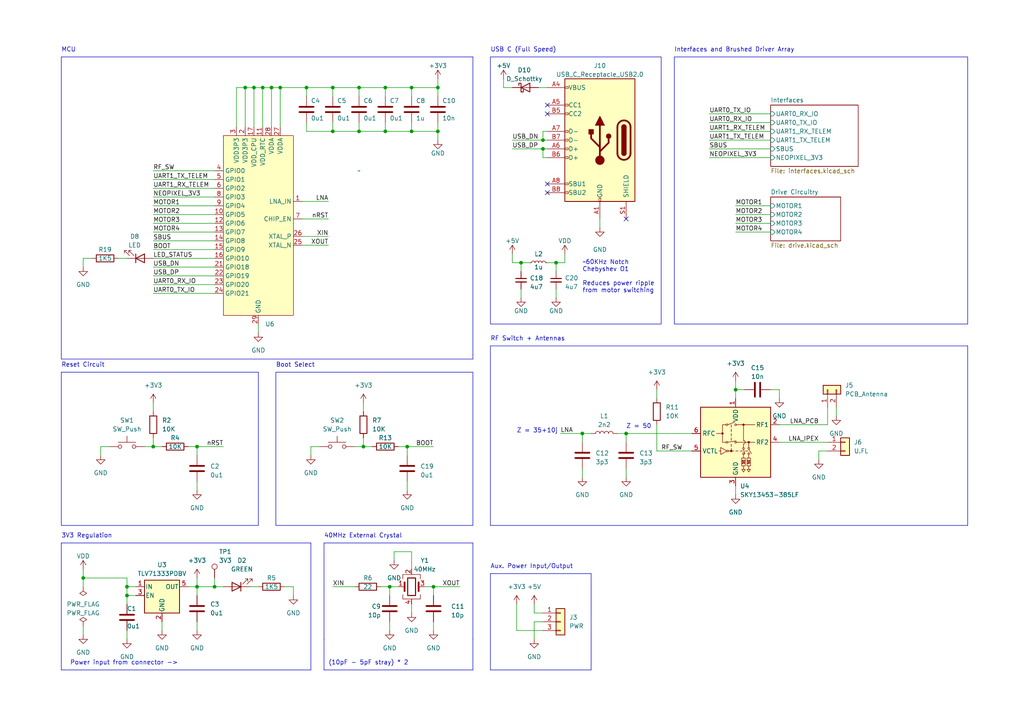
<source format=kicad_sch>
(kicad_sch (version 20230121) (generator eeschema)
  (paper "A4")
  (lib_symbols
    (symbol "Connector:TestPoint" (pin_numbers hide) (pin_names (offset 0.762) hide)
      (property "Reference" "TP" (at 0 6.858 0))
      (property "Value" "TestPoint" (at 0 5.08 0))
      (symbol "TestPoint_0_1"
        (circle (center 0 3.302) (radius 0.762))
      )
      (symbol "TestPoint_1_1"
        (pin passive line (at 0 0 90) (length 2.54) (name "1") (number "1"))
      )
    )
    (symbol "Connector:USB_C_Receptacle_USB2.0" (pin_names (offset 1.016))
      (property "Reference" "J" (at -10.16 19.05 0))
      (property "Value" "USB_C_Receptacle_USB2.0" (at 19.05 19.05 0))
      (symbol "USB_C_Receptacle_USB2.0_0_0"
        (rectangle (start -0.254 -17.78) (end 0.254 -16.764))
        (rectangle (start 10.16 -14.986) (end 9.144 -15.494))
        (rectangle (start 10.16 -12.446) (end 9.144 -12.954))
        (rectangle (start 10.16 -4.826) (end 9.144 -5.334))
        (rectangle (start 10.16 -2.286) (end 9.144 -2.794))
        (rectangle (start 10.16 0.254) (end 9.144 -0.254))
        (rectangle (start 10.16 2.794) (end 9.144 2.286))
        (rectangle (start 10.16 7.874) (end 9.144 7.366))
        (rectangle (start 10.16 10.414) (end 9.144 9.906))
        (rectangle (start 10.16 15.494) (end 9.144 14.986))
      )
      (symbol "USB_C_Receptacle_USB2.0_0_1"
        (rectangle (start -10.16 17.78) (end 10.16 -17.78) (stroke (width 0.254)) (fill (type background)))
        (arc (start -8.89 -3.81) (mid -6.985 -5.7067) (end -5.08 -3.81) (stroke (width 0.508)))
        (arc (start -7.62 -3.81) (mid -6.985 -4.4423) (end -6.35 -3.81) (stroke (width 0.254)))
        (arc (start -7.62 -3.81) (mid -6.985 -4.4423) (end -6.35 -3.81) (stroke (width 0.254)) (fill (type outline)))
        (rectangle (start -7.62 -3.81) (end -6.35 3.81) (stroke (width 0.254)) (fill (type outline)))
        (arc (start -6.35 3.81) (mid -6.985 4.4423) (end -7.62 3.81) (stroke (width 0.254)))
        (arc (start -6.35 3.81) (mid -6.985 4.4423) (end -7.62 3.81) (stroke (width 0.254)) (fill (type outline)))
        (arc (start -5.08 3.81) (mid -6.985 5.7067) (end -8.89 3.81) (stroke (width 0.508)))
        (circle (center -2.54 1.143) (radius 0.635) (stroke (width 0.254)) (fill (type outline)))
        (circle (center 0 -5.842) (radius 1.27) (fill (type outline)))
        (polyline (pts (xy -8.89 -3.81) (xy -8.89 3.81)) (stroke (width 0.508)))
        (polyline (pts (xy -5.08 3.81) (xy -5.08 -3.81)) (stroke (width 0.508)))
        (polyline (pts (xy 0 -5.842) (xy 0 4.318)) (stroke (width 0.508)))
        (polyline (pts (xy 0 -3.302) (xy -2.54 -0.762) (xy -2.54 0.508)) (stroke (width 0.508)))
        (polyline (pts (xy 0 -2.032) (xy 2.54 0.508) (xy 2.54 1.778)) (stroke (width 0.508)))
        (polyline (pts (xy -1.27 4.318) (xy 0 6.858) (xy 1.27 4.318) (xy -1.27 4.318)) (stroke (width 0.254)) (fill (type outline)))
        (rectangle (start 1.905 1.778) (end 3.175 3.048) (stroke (width 0.254)) (fill (type outline)))
      )
      (symbol "USB_C_Receptacle_USB2.0_1_1"
        (pin passive line (at 0 -22.86 90) (length 5.08) (name "GND") (number "A1"))
        (pin passive line (at 0 -22.86 90) (length 5.08) hide (name "GND") (number "A12"))
        (pin passive line (at 15.24 15.24 180) (length 5.08) (name "VBUS") (number "A4"))
        (pin bidirectional line (at 15.24 10.16 180) (length 5.08) (name "CC1") (number "A5"))
        (pin bidirectional line (at 15.24 -2.54 180) (length 5.08) (name "D+") (number "A6"))
        (pin bidirectional line (at 15.24 2.54 180) (length 5.08) (name "D-") (number "A7"))
        (pin bidirectional line (at 15.24 -12.7 180) (length 5.08) (name "SBU1") (number "A8"))
        (pin passive line (at 15.24 15.24 180) (length 5.08) hide (name "VBUS") (number "A9"))
        (pin passive line (at 0 -22.86 90) (length 5.08) hide (name "GND") (number "B1"))
        (pin passive line (at 0 -22.86 90) (length 5.08) hide (name "GND") (number "B12"))
        (pin passive line (at 15.24 15.24 180) (length 5.08) hide (name "VBUS") (number "B4"))
        (pin bidirectional line (at 15.24 7.62 180) (length 5.08) (name "CC2") (number "B5"))
        (pin bidirectional line (at 15.24 -5.08 180) (length 5.08) (name "D+") (number "B6"))
        (pin bidirectional line (at 15.24 0 180) (length 5.08) (name "D-") (number "B7"))
        (pin bidirectional line (at 15.24 -15.24 180) (length 5.08) (name "SBU2") (number "B8"))
        (pin passive line (at 15.24 15.24 180) (length 5.08) hide (name "VBUS") (number "B9"))
        (pin passive line (at -7.62 -22.86 90) (length 5.08) (name "SHIELD") (number "S1"))
      )
    )
    (symbol "Connector_Generic:Conn_01x02" (pin_names (offset 1.016) hide)
      (property "Reference" "J" (at 0 2.54 0))
      (property "Value" "Conn_01x02" (at 0 -5.08 0))
      (symbol "Conn_01x02_1_1"
        (rectangle (start -1.27 -2.413) (end 0 -2.667) (stroke (width 0.1524)))
        (rectangle (start -1.27 0.127) (end 0 -0.127) (stroke (width 0.1524)))
        (rectangle (start -1.27 1.27) (end 1.27 -3.81) (stroke (width 0.254)) (fill (type background)))
        (pin passive line (at -5.08 0 0) (length 3.81) (name "Pin_1") (number "1"))
        (pin passive line (at -5.08 -2.54 0) (length 3.81) (name "Pin_2") (number "2"))
      )
    )
    (symbol "Connector_Generic:Conn_01x03" (pin_names (offset 1.016) hide)
      (property "Reference" "J" (at 0 5.08 0))
      (property "Value" "Conn_01x03" (at 0 -5.08 0))
      (symbol "Conn_01x03_1_1"
        (rectangle (start -1.27 -2.413) (end 0 -2.667) (stroke (width 0.1524)))
        (rectangle (start -1.27 0.127) (end 0 -0.127) (stroke (width 0.1524)))
        (rectangle (start -1.27 2.667) (end 0 2.413) (stroke (width 0.1524)))
        (rectangle (start -1.27 3.81) (end 1.27 -3.81) (stroke (width 0.254)) (fill (type background)))
        (pin passive line (at -5.08 2.54 0) (length 3.81) (name "Pin_1") (number "1"))
        (pin passive line (at -5.08 0 0) (length 3.81) (name "Pin_2") (number "2"))
        (pin passive line (at -5.08 -2.54 0) (length 3.81) (name "Pin_3") (number "3"))
      )
    )
    (symbol "Device:C" (pin_numbers hide) (pin_names (offset 0.254))
      (property "Reference" "C" (at 0.635 2.54 0))
      (property "Value" "C" (at 0.635 -2.54 0))
      (symbol "C_0_1"
        (polyline (pts (xy -2.032 -0.762) (xy 2.032 -0.762)) (stroke (width 0.508)))
        (polyline (pts (xy -2.032 0.762) (xy 2.032 0.762)) (stroke (width 0.508)))
      )
      (symbol "C_1_1"
        (pin passive line (at 0 3.81 270) (length 2.794) (name "~") (number "1"))
        (pin passive line (at 0 -3.81 90) (length 2.794) (name "~") (number "2"))
      )
    )
    (symbol "Device:C_Small" (pin_numbers hide) (pin_names (offset 0.254) hide)
      (property "Reference" "C" (at 0.254 1.778 0))
      (property "Value" "C_Small" (at 0.254 -2.032 0))
      (symbol "C_Small_0_1"
        (polyline (pts (xy -1.524 -0.508) (xy 1.524 -0.508)) (stroke (width 0.3302)))
        (polyline (pts (xy -1.524 0.508) (xy 1.524 0.508)) (stroke (width 0.3048)))
      )
      (symbol "C_Small_1_1"
        (pin passive line (at 0 2.54 270) (length 2.032) (name "~") (number "1"))
        (pin passive line (at 0 -2.54 90) (length 2.032) (name "~") (number "2"))
      )
    )
    (symbol "Device:Crystal_GND24" (pin_names (offset 1.016) hide)
      (property "Reference" "Y" (at 3.175 5.08 0))
      (property "Value" "Crystal_GND24" (at 3.175 3.175 0))
      (symbol "Crystal_GND24_0_1"
        (rectangle (start -1.143 2.54) (end 1.143 -2.54) (stroke (width 0.3048)))
        (polyline (pts (xy -2.54 0) (xy -2.032 0)))
        (polyline (pts (xy -2.032 -1.27) (xy -2.032 1.27)) (stroke (width 0.508)))
        (polyline (pts (xy 0 -3.81) (xy 0 -3.556)))
        (polyline (pts (xy 0 3.556) (xy 0 3.81)))
        (polyline (pts (xy 2.032 -1.27) (xy 2.032 1.27)) (stroke (width 0.508)))
        (polyline (pts (xy 2.032 0) (xy 2.54 0)))
        (polyline (pts (xy -2.54 -2.286) (xy -2.54 -3.556) (xy 2.54 -3.556) (xy 2.54 -2.286)))
        (polyline (pts (xy -2.54 2.286) (xy -2.54 3.556) (xy 2.54 3.556) (xy 2.54 2.286)))
      )
      (symbol "Crystal_GND24_1_1"
        (pin passive line (at -3.81 0 0) (length 1.27) (name "1") (number "1"))
        (pin passive line (at 0 5.08 270) (length 1.27) (name "2") (number "2"))
        (pin passive line (at 3.81 0 180) (length 1.27) (name "3") (number "3"))
        (pin passive line (at 0 -5.08 90) (length 1.27) (name "4") (number "4"))
      )
    )
    (symbol "Device:D_Schottky" (pin_numbers hide) (pin_names (offset 1.016) hide)
      (property "Reference" "D" (at 0 2.54 0))
      (property "Value" "D_Schottky" (at 0 -2.54 0))
      (symbol "D_Schottky_0_1"
        (polyline (pts (xy 1.27 0) (xy -1.27 0)))
        (polyline (pts (xy 1.27 1.27) (xy 1.27 -1.27) (xy -1.27 0) (xy 1.27 1.27)) (stroke (width 0.254)))
        (polyline (pts (xy -1.905 0.635) (xy -1.905 1.27) (xy -1.27 1.27) (xy -1.27 -1.27) (xy -0.635 -1.27) (xy -0.635 -0.635)) (stroke (width 0.254)))
      )
      (symbol "D_Schottky_1_1"
        (pin passive line (at -3.81 0 0) (length 2.54) (name "K") (number "1"))
        (pin passive line (at 3.81 0 180) (length 2.54) (name "A") (number "2"))
      )
    )
    (symbol "Device:L" (pin_numbers hide) (pin_names (offset 1.016) hide)
      (property "Reference" "L" (at -1.27 0 90))
      (property "Value" "L" (at 1.905 0 90))
      (symbol "L_0_1"
        (arc (start 0 -2.54) (mid 0.6323 -1.905) (end 0 -1.27))
        (arc (start 0 -1.27) (mid 0.6323 -0.635) (end 0 0))
        (arc (start 0 0) (mid 0.6323 0.635) (end 0 1.27))
        (arc (start 0 1.27) (mid 0.6323 1.905) (end 0 2.54))
      )
      (symbol "L_1_1"
        (pin passive line (at 0 3.81 270) (length 1.27) (name "1") (number "1"))
        (pin passive line (at 0 -3.81 90) (length 1.27) (name "2") (number "2"))
      )
    )
    (symbol "Device:LED" (pin_numbers hide) (pin_names (offset 1.016) hide)
      (property "Reference" "D" (at 0 2.54 0))
      (property "Value" "LED" (at 0 -2.54 0))
      (symbol "LED_0_1"
        (polyline (pts (xy -1.27 -1.27) (xy -1.27 1.27)) (stroke (width 0.254)))
        (polyline (pts (xy -1.27 0) (xy 1.27 0)))
        (polyline (pts (xy 1.27 -1.27) (xy 1.27 1.27) (xy -1.27 0) (xy 1.27 -1.27)) (stroke (width 0.254)))
        (polyline (pts (xy -3.048 -0.762) (xy -4.572 -2.286) (xy -3.81 -2.286) (xy -4.572 -2.286) (xy -4.572 -1.524)))
        (polyline (pts (xy -1.778 -0.762) (xy -3.302 -2.286) (xy -2.54 -2.286) (xy -3.302 -2.286) (xy -3.302 -1.524)))
      )
      (symbol "LED_1_1"
        (pin passive line (at -3.81 0 0) (length 2.54) (name "K") (number "1"))
        (pin passive line (at 3.81 0 180) (length 2.54) (name "A") (number "2"))
      )
    )
    (symbol "Device:L_Small" (pin_numbers hide) (pin_names (offset 0.254) hide)
      (property "Reference" "L" (at 0.762 1.016 0))
      (property "Value" "L_Small" (at 0.762 -1.016 0))
      (symbol "L_Small_0_1"
        (arc (start 0 -2.032) (mid 0.5058 -1.524) (end 0 -1.016))
        (arc (start 0 -1.016) (mid 0.5058 -0.508) (end 0 0))
        (arc (start 0 0) (mid 0.5058 0.508) (end 0 1.016))
        (arc (start 0 1.016) (mid 0.5058 1.524) (end 0 2.032))
      )
      (symbol "L_Small_1_1"
        (pin passive line (at 0 2.54 270) (length 0.508) (name "~") (number "1"))
        (pin passive line (at 0 -2.54 90) (length 0.508) (name "~") (number "2"))
      )
    )
    (symbol "Device:R" (pin_numbers hide) (pin_names (offset 0))
      (property "Reference" "R" (at 2.032 0 90))
      (property "Value" "R" (at 0 0 90))
      (symbol "R_0_1"
        (rectangle (start -1.016 -2.54) (end 1.016 2.54) (stroke (width 0.254)))
      )
      (symbol "R_1_1"
        (pin passive line (at 0 3.81 270) (length 1.27) (name "~") (number "1"))
        (pin passive line (at 0 -3.81 90) (length 1.27) (name "~") (number "2"))
      )
    )
    (symbol "MCU_Espressif_Extra:ESP8685H2"
      (property "Reference" "U" (at 0 19.05 0))
      (symbol "ESP8685H2_0_0"
        (pin bidirectional line (at 12.7 -13.97 180) (length 2.54) (name "LNA_IN") (number "1"))
        (pin bidirectional line (at -12.7 -17.78 0) (length 2.54) (name "GPIO5") (number "10"))
        (pin power_in line (at 1.27 7.62 270) (length 2.54) (name "VDD_RTC") (number "11"))
        (pin bidirectional line (at -12.7 -20.32 0) (length 2.54) (name "GPIO6") (number "12"))
        (pin bidirectional line (at -12.7 -22.86 0) (length 2.54) (name "GPIO7") (number "13"))
        (pin bidirectional line (at -12.7 -25.4 0) (length 2.54) (name "GPIO8") (number "14"))
        (pin bidirectional line (at -12.7 -27.94 0) (length 2.54) (name "GPIO9") (number "15"))
        (pin bidirectional line (at -12.7 -30.48 0) (length 2.54) (name "GPIO10") (number "16"))
        (pin power_in line (at -1.27 7.62 270) (length 2.54) (name "VDD_CPU") (number "17"))
        (pin power_in line (at -3.81 7.62 270) (length 2.54) (name "VDD3P3") (number "2"))
        (pin bidirectional line (at -12.7 -33.02 0) (length 2.54) (name "GPIO18") (number "21"))
        (pin bidirectional line (at -12.7 -35.56 0) (length 2.54) (name "GPIO19") (number "22"))
        (pin bidirectional line (at -12.7 -38.1 0) (length 2.54) (name "GPIO20") (number "23"))
        (pin bidirectional line (at -12.7 -40.64 0) (length 2.54) (name "GPIO21") (number "24"))
        (pin passive line (at 12.7 -26.67 180) (length 2.54) (name "XTAL_N") (number "25"))
        (pin passive line (at 12.7 -24.13 180) (length 2.54) (name "XTAL_P") (number "26"))
        (pin power_in line (at 6.35 7.62 270) (length 2.54) (name "VDDA") (number "27"))
        (pin power_in line (at 3.81 7.62 270) (length 2.54) (name "VDDA") (number "28"))
        (pin power_in line (at 0 -49.53 90) (length 2.54) (name "GND") (number "29"))
        (pin power_in line (at -6.35 7.62 270) (length 2.54) (name "VDD3P3") (number "3"))
        (pin bidirectional line (at -12.7 -5.08 0) (length 2.54) (name "GPIO0") (number "4"))
        (pin bidirectional line (at -12.7 -7.62 0) (length 2.54) (name "GPIO1") (number "5"))
        (pin bidirectional line (at -12.7 -10.16 0) (length 2.54) (name "GPIO2") (number "6"))
        (pin input line (at 12.7 -19.05 180) (length 2.54) (name "CHIP_EN") (number "7"))
        (pin bidirectional line (at -12.7 -12.7 0) (length 2.54) (name "GPIO3") (number "8"))
        (pin bidirectional line (at -12.7 -15.24 0) (length 2.54) (name "GPIO4") (number "9"))
      )
      (symbol "ESP8685H2_1_1"
        (rectangle (start -10.16 5.08) (end 10.16 -46.99) (fill (type background)))
      )
    )
    (symbol "RF_Switch_:SKY13453-385LF"
      (property "Reference" "U" (at 10.16 13.97 0))
      (property "Value" "SKY13453-385LF" (at 10.16 11.43 0))
      (symbol "SKY13453-385LF_0_0"
        (rectangle (start -10.16 10.16) (end 10.16 -10.16) (stroke (width 0.254)) (fill (type background)))
        (circle (center -3.81 2.54) (radius 0.254) (fill (type outline)))
        (circle (center -2.286 -2.54) (radius 0.254))
        (circle (center -1.27 -2.54) (radius 0.254) (fill (type outline)))
        (polyline (pts (xy -4.318 -2.54) (xy -4.826 -2.54)))
        (polyline (pts (xy -3.81 2.54) (xy -5.588 2.54)))
        (polyline (pts (xy -1.27 -2.54) (xy -1.27 -1.778)))
        (polyline (pts (xy -1.27 -1.27) (xy -1.27 -0.508)))
        (polyline (pts (xy -1.27 1.27) (xy -1.27 0.508)))
        (polyline (pts (xy -1.27 2.54) (xy -1.27 1.778)))
        (polyline (pts (xy -1.27 3.81) (xy -1.27 3.048)))
        (polyline (pts (xy -1.27 5.08) (xy -1.27 4.318)))
        (polyline (pts (xy -0.508 -2.54) (xy -2.032 -2.54)))
        (polyline (pts (xy 0 -2.54) (xy 0.762 -2.54)))
        (polyline (pts (xy 0.254 0) (xy 5.588 0)))
        (polyline (pts (xy 0.254 5.08) (xy 5.588 5.08)))
        (polyline (pts (xy 2.032 -2.54) (xy 1.27 -2.54)))
        (polyline (pts (xy 2.286 0.508) (xy 2.286 5.08)))
        (polyline (pts (xy 3.556 -2.54) (xy 2.794 -2.54)))
        (polyline (pts (xy -4.318 -1.524) (xy -4.318 -3.556) (xy -2.54 -2.54) (xy -4.318 -1.524)))
        (polyline (pts (xy -2.794 0) (xy -3.81 0) (xy -3.81 5.08) (xy -2.794 5.08)))
        (arc (start 2.286 -0.508) (mid 2.7918 0) (end 2.286 0.508))
        (text "50" (at 2.286 -5.715 900) (effects (font (size 0.635 0.635))))
        (text "50" (at 3.81 -5.715 900) (effects (font (size 0.635 0.635))))
      )
      (symbol "SKY13453-385LF_0_1"
        (circle (center -2.54 0) (radius 0.254))
        (circle (center -2.54 5.08) (radius 0.254))
        (polyline (pts (xy -2.286 0) (xy 0.127 0.381)))
        (polyline (pts (xy -2.286 5.08) (xy -0.254 5.842)))
        (polyline (pts (xy 2.286 -3.556) (xy 2.286 -4.572)))
        (polyline (pts (xy 2.286 -2.032) (xy 2.667 -3.429)))
        (polyline (pts (xy 2.286 -0.508) (xy 2.286 -1.524)))
        (polyline (pts (xy 3.81 -3.556) (xy 3.81 -4.572)))
        (polyline (pts (xy 3.81 -2.032) (xy 4.572 -3.302)))
        (polyline (pts (xy 3.81 0) (xy 3.81 -1.524)))
        (polyline (pts (xy 2.286 -6.858) (xy 2.286 -7.874) (xy 1.778 -7.874) (xy 2.286 -8.636) (xy 2.794 -7.874) (xy 2.286 -7.874)))
        (polyline (pts (xy 3.81 -6.858) (xy 3.81 -7.874) (xy 3.302 -7.874) (xy 3.81 -8.636) (xy 4.318 -7.874) (xy 3.81 -7.874)))
        (circle (center 0 0) (radius 0.254))
        (circle (center 0 5.08) (radius 0.254))
        (rectangle (start 1.778 -4.572) (end 2.794 -6.858))
        (circle (center 2.286 -3.302) (radius 0.254))
        (circle (center 2.286 -1.778) (radius 0.254))
        (circle (center 2.286 5.08) (radius 0.254) (fill (type outline)))
        (rectangle (start 3.302 -4.572) (end 4.318 -6.858))
        (circle (center 3.81 -3.302) (radius 0.254))
        (circle (center 3.81 -1.778) (radius 0.254))
        (circle (center 3.81 0) (radius 0.254) (fill (type outline)))
      )
      (symbol "SKY13453-385LF_1_1"
        (pin power_in line (at 0 12.7 270) (length 2.54) (name "VDD") (number "1"))
        (pin passive line (at 12.7 5.08 180) (length 2.54) (name "RF1") (number "2"))
        (pin power_in line (at 0 -12.7 90) (length 2.54) (name "GND") (number "3"))
        (pin passive line (at 12.7 0 180) (length 2.54) (name "RF2") (number "4"))
        (pin input line (at -12.7 -2.54 0) (length 2.54) (name "VCTL") (number "5"))
        (pin passive line (at -12.7 2.54 0) (length 2.54) (name "RFC") (number "6"))
      )
    )
    (symbol "Regulator_Linear:TLV71333PDBV" (pin_names (offset 0.254))
      (property "Reference" "U" (at -3.81 5.715 0))
      (property "Value" "TLV71333PDBV" (at 0 5.715 0))
      (symbol "TLV71333PDBV_0_1"
        (rectangle (start -5.08 4.445) (end 5.08 -5.08) (stroke (width 0.254)) (fill (type background)))
      )
      (symbol "TLV71333PDBV_1_1"
        (pin power_in line (at -7.62 2.54 0) (length 2.54) (name "IN") (number "1"))
        (pin power_in line (at 0 -7.62 90) (length 2.54) (name "GND") (number "2"))
        (pin input line (at -7.62 0 0) (length 2.54) (name "EN") (number "3"))
        (pin no_connect line (at 5.08 0 180) (length 2.54) hide (name "NC") (number "4"))
        (pin power_out line (at 7.62 2.54 180) (length 2.54) (name "OUT") (number "5"))
      )
    )
    (symbol "Switch:SW_Push" (pin_numbers hide) (pin_names (offset 1.016) hide)
      (property "Reference" "SW" (at 1.27 2.54 0))
      (property "Value" "SW_Push" (at 0 -1.524 0))
      (symbol "SW_Push_0_1"
        (circle (center -2.032 0) (radius 0.508))
        (polyline (pts (xy 0 1.27) (xy 0 3.048)))
        (polyline (pts (xy 2.54 1.27) (xy -2.54 1.27)))
        (circle (center 2.032 0) (radius 0.508))
        (pin passive line (at -5.08 0 0) (length 2.54) (name "1") (number "1"))
        (pin passive line (at 5.08 0 180) (length 2.54) (name "2") (number "2"))
      )
    )
    (symbol "power:+3V3" (power) (pin_names (offset 0))
      (property "Value" "+3V3" (at 0 3.556 0))
      (symbol "+3V3_0_1"
        (polyline (pts (xy -0.762 1.27) (xy 0 2.54)))
        (polyline (pts (xy 0 0) (xy 0 2.54)))
        (polyline (pts (xy 0 2.54) (xy 0.762 1.27)))
      )
      (symbol "+3V3_1_1"
        (pin power_in line (at 0 0 90) (length 0) hide (name "+3V3") (number "1"))
      )
    )
    (symbol "power:+5V" (power) (pin_names (offset 0))
      (property "Value" "+5V" (at 0 3.556 0))
      (symbol "+5V_0_1"
        (polyline (pts (xy -0.762 1.27) (xy 0 2.54)))
        (polyline (pts (xy 0 0) (xy 0 2.54)))
        (polyline (pts (xy 0 2.54) (xy 0.762 1.27)))
      )
      (symbol "+5V_1_1"
        (pin power_in line (at 0 0 90) (length 0) hide (name "+5V") (number "1"))
      )
    )
    (symbol "power:GND" (power) (pin_names (offset 0))
      (property "Value" "GND" (at 0 -3.81 0))
      (symbol "GND_0_1"
        (polyline (pts (xy 0 0) (xy 0 -1.27) (xy 1.27 -1.27) (xy 0 -2.54) (xy -1.27 -1.27) (xy 0 -1.27)))
      )
      (symbol "GND_1_1"
        (pin power_in line (at 0 0 270) (length 0) hide (name "GND") (number "1"))
      )
    )
    (symbol "power:PWR_FLAG" (power) (pin_numbers hide) (pin_names (offset 0) hide)
      (property "Value" "PWR_FLAG" (at 0 3.81 0))
      (symbol "PWR_FLAG_0_0"
        (pin power_out line (at 0 0 90) (length 0) (name "pwr") (number "1"))
      )
      (symbol "PWR_FLAG_0_1"
        (polyline (pts (xy 0 0) (xy 0 1.27) (xy -1.016 1.905) (xy 0 2.54) (xy 1.016 1.905) (xy 0 1.27)))
      )
    )
    (symbol "power:VDD" (power) (pin_names (offset 0))
      (property "Value" "VDD" (at 0 3.81 0))
      (symbol "VDD_0_1"
        (polyline (pts (xy -0.762 1.27) (xy 0 2.54)))
        (polyline (pts (xy 0 0) (xy 0 2.54)))
        (polyline (pts (xy 0 2.54) (xy 0.762 1.27)))
      )
      (symbol "VDD_1_1"
        (pin power_in line (at 0 0 90) (length 0) hide (name "VDD") (number "1"))
      )
    )
  )
  (junction (at 119.38 38.1))
  (junction (at 57.15 129.54))
  (junction (at 181.61 125.73))
  (junction (at 151.13 76.2))
  (junction (at 36.83 170.18))
  (junction (at 113.03 170.18))
  (junction (at 44.45 129.54))
  (junction (at 125.73 170.18))
  (junction (at 168.91 125.73))
  (junction (at 127 25.4))
  (junction (at 96.52 25.4))
  (junction (at 104.14 38.1))
  (junction (at 78.74 25.4))
  (junction (at 71.12 25.4))
  (junction (at 88.9 25.4))
  (junction (at 96.52 38.1))
  (junction (at 161.29 76.2))
  (junction (at 213.36 113.03))
  (junction (at 105.41 129.54))
  (junction (at 81.28 25.4))
  (junction (at 119.38 25.4))
  (junction (at 76.2 25.4))
  (junction (at 111.76 25.4))
  (junction (at 111.76 38.1))
  (junction (at 62.23 170.18))
  (junction (at 57.15 170.18))
  (junction (at 127 38.1))
  (junction (at 157.48 40.64))
  (junction (at 24.13 167.64))
  (junction (at 104.14 25.4))
  (junction (at 73.66 25.4))
  (junction (at 36.83 172.72))
  (junction (at 157.48 43.18))
  (junction (at 118.11 129.54))
  (no_connect (at 158.75 30.48))
  (no_connect (at 181.61 63.5))
  (no_connect (at 158.75 53.34))
  (no_connect (at 158.75 33.02))
  (no_connect (at 158.75 55.88))
  (wire (pts (xy 111.76 38.1) (xy 119.38 38.1)))
  (wire (pts (xy 62.23 62.23) (xy 44.45 62.23)))
  (polyline (pts (xy 93.98 194.31) (xy 93.98 185.42)))
  (wire (pts (xy 173.99 63.5) (xy 173.99 66.04)))
  (wire (pts (xy 146.05 22.86) (xy 146.05 25.4)))
  (wire (pts (xy 62.23 167.64) (xy 62.23 170.18)))
  (polyline (pts (xy 17.78 157.48) (xy 17.78 194.31)))
  (wire (pts (xy 181.61 135.89) (xy 181.61 138.43)))
  (wire (pts (xy 181.61 125.73) (xy 181.61 128.27)))
  (polyline (pts (xy 90.17 194.31) (xy 17.78 194.31)))
  (wire (pts (xy 237.49 133.35) (xy 237.49 130.81)))
  (wire (pts (xy 119.38 38.1) (xy 127 38.1)))
  (wire (pts (xy 105.41 129.54) (xy 105.41 127)))
  (wire (pts (xy 161.29 83.82) (xy 161.29 86.36)))
  (wire (pts (xy 54.61 170.18) (xy 57.15 170.18)))
  (wire (pts (xy 119.38 160.02) (xy 119.38 165.1)))
  (wire (pts (xy 96.52 35.56) (xy 96.52 38.1)))
  (wire (pts (xy 151.13 83.82) (xy 151.13 86.36)))
  (wire (pts (xy 78.74 25.4) (xy 78.74 36.83)))
  (wire (pts (xy 73.66 25.4) (xy 73.66 36.83)))
  (wire (pts (xy 71.12 25.4) (xy 68.58 25.4)))
  (wire (pts (xy 73.66 25.4) (xy 76.2 25.4)))
  (wire (pts (xy 158.75 25.4) (xy 156.21 25.4)))
  (wire (pts (xy 95.25 68.58) (xy 87.63 68.58)))
  (wire (pts (xy 41.91 129.54) (xy 44.45 129.54)))
  (wire (pts (xy 113.03 170.18) (xy 113.03 172.72)))
  (wire (pts (xy 44.45 129.54) (xy 44.45 127)))
  (wire (pts (xy 190.5 130.81) (xy 200.66 130.81)))
  (wire (pts (xy 57.15 139.7) (xy 57.15 142.24)))
  (polyline (pts (xy 137.16 102.87) (xy 137.16 104.14)))
  (wire (pts (xy 105.41 116.84) (xy 105.41 119.38)))
  (wire (pts (xy 213.36 113.03) (xy 213.36 115.57)))
  (wire (pts (xy 24.13 74.93) (xy 26.67 74.93)))
  (wire (pts (xy 157.48 40.64) (xy 148.59 40.64)))
  (polyline (pts (xy 17.78 16.51) (xy 137.16 16.51)))
  (wire (pts (xy 113.03 180.34) (xy 113.03 182.88)))
  (wire (pts (xy 127 22.86) (xy 127 25.4)))
  (wire (pts (xy 123.19 170.18) (xy 125.73 170.18)))
  (wire (pts (xy 242.57 118.11) (xy 242.57 120.65)))
  (wire (pts (xy 85.09 170.18) (xy 82.55 170.18)))
  (wire (pts (xy 57.15 170.18) (xy 57.15 172.72)))
  (wire (pts (xy 151.13 76.2) (xy 151.13 78.74)))
  (wire (pts (xy 36.83 182.88) (xy 36.83 185.42)))
  (wire (pts (xy 90.17 129.54) (xy 92.71 129.54)))
  (wire (pts (xy 205.74 45.72) (xy 223.52 45.72)))
  (wire (pts (xy 168.91 125.73) (xy 171.45 125.73)))
  (wire (pts (xy 96.52 25.4) (xy 88.9 25.4)))
  (wire (pts (xy 226.06 113.03) (xy 223.52 113.03)))
  (polyline (pts (xy 280.67 100.33) (xy 280.67 152.4)))
  (wire (pts (xy 81.28 25.4) (xy 78.74 25.4)))
  (wire (pts (xy 168.91 125.73) (xy 168.91 128.27)))
  (wire (pts (xy 62.23 49.53) (xy 44.45 49.53)))
  (wire (pts (xy 113.03 170.18) (xy 115.57 170.18)))
  (polyline (pts (xy 137.16 104.14) (xy 17.78 104.14)))
  (wire (pts (xy 163.83 76.2) (xy 163.83 73.66)))
  (wire (pts (xy 57.15 180.34) (xy 57.15 182.88)))
  (wire (pts (xy 29.21 132.08) (xy 29.21 129.54)))
  (wire (pts (xy 158.75 76.2) (xy 161.29 76.2)))
  (wire (pts (xy 102.87 129.54) (xy 105.41 129.54)))
  (wire (pts (xy 119.38 175.26) (xy 119.38 177.8)))
  (polyline (pts (xy 137.16 185.42) (xy 137.16 194.31)))
  (polyline (pts (xy 17.78 157.48) (xy 90.17 157.48)))
  (wire (pts (xy 213.36 62.23) (xy 223.52 62.23)))
  (wire (pts (xy 119.38 35.56) (xy 119.38 38.1)))
  (wire (pts (xy 154.94 177.8) (xy 157.48 177.8)))
  (wire (pts (xy 62.23 52.07) (xy 44.45 52.07)))
  (wire (pts (xy 62.23 64.77) (xy 44.45 64.77)))
  (wire (pts (xy 181.61 125.73) (xy 200.66 125.73)))
  (wire (pts (xy 88.9 35.56) (xy 88.9 38.1)))
  (polyline (pts (xy 17.78 104.14) (xy 17.78 102.87)))
  (wire (pts (xy 226.06 115.57) (xy 226.06 113.03)))
  (wire (pts (xy 148.59 73.66) (xy 148.59 76.2)))
  (polyline (pts (xy 142.24 166.37) (xy 142.24 194.31)))
  (wire (pts (xy 74.93 93.98) (xy 74.93 96.52)))
  (wire (pts (xy 78.74 25.4) (xy 76.2 25.4)))
  (wire (pts (xy 57.15 129.54) (xy 57.15 132.08)))
  (wire (pts (xy 157.48 182.88) (xy 149.86 182.88)))
  (wire (pts (xy 95.25 58.42) (xy 87.63 58.42)))
  (wire (pts (xy 127 25.4) (xy 127 27.94)))
  (polyline (pts (xy 119.38 157.48) (xy 137.16 157.48)))
  (wire (pts (xy 62.23 170.18) (xy 64.77 170.18)))
  (polyline (pts (xy 280.67 152.4) (xy 142.24 152.4)))
  (wire (pts (xy 158.75 45.72) (xy 157.48 45.72)))
  (wire (pts (xy 148.59 76.2) (xy 151.13 76.2)))
  (polyline (pts (xy 137.16 157.48) (xy 137.16 185.42)))
  (wire (pts (xy 95.25 63.5) (xy 87.63 63.5)))
  (wire (pts (xy 119.38 25.4) (xy 119.38 27.94)))
  (wire (pts (xy 158.75 40.64) (xy 157.48 40.64)))
  (wire (pts (xy 81.28 25.4) (xy 81.28 36.83)))
  (wire (pts (xy 158.75 38.1) (xy 157.48 38.1)))
  (wire (pts (xy 213.36 140.97) (xy 213.36 143.51)))
  (wire (pts (xy 36.83 170.18) (xy 36.83 172.72)))
  (wire (pts (xy 36.83 167.64) (xy 36.83 170.18)))
  (wire (pts (xy 111.76 35.56) (xy 111.76 38.1)))
  (wire (pts (xy 161.29 76.2) (xy 163.83 76.2)))
  (wire (pts (xy 96.52 170.18) (xy 102.87 170.18)))
  (wire (pts (xy 111.76 25.4) (xy 119.38 25.4)))
  (wire (pts (xy 96.52 25.4) (xy 96.52 27.94)))
  (wire (pts (xy 46.99 180.34) (xy 46.99 182.88)))
  (polyline (pts (xy 142.24 166.37) (xy 171.45 166.37)))
  (wire (pts (xy 118.11 129.54) (xy 118.11 132.08)))
  (wire (pts (xy 44.45 82.55) (xy 62.23 82.55)))
  (wire (pts (xy 36.83 175.26) (xy 36.83 172.72)))
  (wire (pts (xy 107.95 129.54) (xy 105.41 129.54)))
  (wire (pts (xy 24.13 165.1) (xy 24.13 167.64)))
  (wire (pts (xy 29.21 129.54) (xy 31.75 129.54)))
  (wire (pts (xy 36.83 172.72) (xy 39.37 172.72)))
  (wire (pts (xy 205.74 33.02) (xy 223.52 33.02)))
  (wire (pts (xy 154.94 180.34) (xy 154.94 185.42)))
  (wire (pts (xy 72.39 170.18) (xy 74.93 170.18)))
  (wire (pts (xy 57.15 167.64) (xy 57.15 170.18)))
  (wire (pts (xy 24.13 167.64) (xy 36.83 167.64)))
  (wire (pts (xy 153.67 76.2) (xy 151.13 76.2)))
  (polyline (pts (xy 142.24 100.33) (xy 280.67 100.33)))
  (wire (pts (xy 62.23 72.39) (xy 44.45 72.39)))
  (wire (pts (xy 104.14 27.94) (xy 104.14 25.4)))
  (wire (pts (xy 57.15 129.54) (xy 64.77 129.54)))
  (wire (pts (xy 44.45 80.01) (xy 62.23 80.01)))
  (polyline (pts (xy 137.16 16.51) (xy 137.16 102.87)))
  (wire (pts (xy 213.36 59.69) (xy 223.52 59.69)))
  (wire (pts (xy 95.25 71.12) (xy 87.63 71.12)))
  (wire (pts (xy 148.59 25.4) (xy 146.05 25.4)))
  (wire (pts (xy 57.15 170.18) (xy 62.23 170.18)))
  (wire (pts (xy 62.23 69.85) (xy 44.45 69.85)))
  (wire (pts (xy 154.94 175.26) (xy 154.94 177.8)))
  (wire (pts (xy 54.61 129.54) (xy 57.15 129.54)))
  (wire (pts (xy 36.83 170.18) (xy 39.37 170.18)))
  (wire (pts (xy 88.9 38.1) (xy 96.52 38.1)))
  (wire (pts (xy 157.48 45.72) (xy 157.48 43.18)))
  (wire (pts (xy 162.56 125.73) (xy 168.91 125.73)))
  (wire (pts (xy 96.52 25.4) (xy 104.14 25.4)))
  (wire (pts (xy 118.11 139.7) (xy 118.11 142.24)))
  (wire (pts (xy 44.45 77.47) (xy 62.23 77.47)))
  (wire (pts (xy 157.48 38.1) (xy 157.48 40.64)))
  (wire (pts (xy 149.86 182.88) (xy 149.86 175.26)))
  (wire (pts (xy 125.73 180.34) (xy 125.73 182.88)))
  (wire (pts (xy 114.3 160.02) (xy 119.38 160.02)))
  (wire (pts (xy 213.36 110.49) (xy 213.36 113.03)))
  (wire (pts (xy 46.99 129.54) (xy 44.45 129.54)))
  (polyline (pts (xy 93.98 185.42) (xy 93.98 157.48)))
  (wire (pts (xy 205.74 40.64) (xy 223.52 40.64)))
  (wire (pts (xy 104.14 38.1) (xy 111.76 38.1)))
  (polyline (pts (xy 171.45 194.31) (xy 142.24 194.31)))
  (polyline (pts (xy 142.24 100.33) (xy 142.24 152.4)))
  (wire (pts (xy 104.14 25.4) (xy 111.76 25.4)))
  (wire (pts (xy 213.36 64.77) (xy 223.52 64.77)))
  (wire (pts (xy 179.07 125.73) (xy 181.61 125.73)))
  (wire (pts (xy 44.45 116.84) (xy 44.45 119.38)))
  (wire (pts (xy 118.11 129.54) (xy 125.73 129.54)))
  (wire (pts (xy 36.83 74.93) (xy 34.29 74.93)))
  (wire (pts (xy 24.13 170.18) (xy 24.13 167.64)))
  (wire (pts (xy 24.13 181.61) (xy 24.13 184.15)))
  (wire (pts (xy 62.23 57.15) (xy 44.45 57.15)))
  (wire (pts (xy 154.94 180.34) (xy 157.48 180.34)))
  (wire (pts (xy 96.52 38.1) (xy 104.14 38.1)))
  (wire (pts (xy 237.49 130.81) (xy 240.03 130.81)))
  (wire (pts (xy 62.23 54.61) (xy 44.45 54.61)))
  (wire (pts (xy 157.48 43.18) (xy 148.59 43.18)))
  (wire (pts (xy 110.49 170.18) (xy 113.03 170.18)))
  (wire (pts (xy 62.23 74.93) (xy 44.45 74.93)))
  (polyline (pts (xy 93.98 157.48) (xy 119.38 157.48)))
  (wire (pts (xy 104.14 35.56) (xy 104.14 38.1)))
  (wire (pts (xy 119.38 25.4) (xy 127 25.4)))
  (wire (pts (xy 111.76 25.4) (xy 111.76 27.94)))
  (wire (pts (xy 213.36 67.31) (xy 223.52 67.31)))
  (wire (pts (xy 62.23 67.31) (xy 44.45 67.31)))
  (wire (pts (xy 125.73 170.18) (xy 133.35 170.18)))
  (wire (pts (xy 205.74 35.56) (xy 223.52 35.56)))
  (wire (pts (xy 88.9 25.4) (xy 81.28 25.4)))
  (wire (pts (xy 226.06 128.27) (xy 240.03 128.27)))
  (wire (pts (xy 127 35.56) (xy 127 38.1)))
  (wire (pts (xy 90.17 132.08) (xy 90.17 129.54)))
  (wire (pts (xy 205.74 38.1) (xy 223.52 38.1)))
  (wire (pts (xy 62.23 59.69) (xy 44.45 59.69)))
  (wire (pts (xy 73.66 25.4) (xy 71.12 25.4)))
  (polyline (pts (xy 17.78 16.51) (xy 17.78 102.87)))
  (wire (pts (xy 24.13 77.47) (xy 24.13 74.93)))
  (wire (pts (xy 190.5 113.03) (xy 190.5 115.57)))
  (wire (pts (xy 71.12 25.4) (xy 71.12 36.83)))
  (wire (pts (xy 215.9 113.03) (xy 213.36 113.03)))
  (wire (pts (xy 158.75 43.18) (xy 157.48 43.18)))
  (wire (pts (xy 168.91 135.89) (xy 168.91 138.43)))
  (wire (pts (xy 85.09 172.72) (xy 85.09 170.18)))
  (wire (pts (xy 44.45 85.09) (xy 62.23 85.09)))
  (wire (pts (xy 114.3 162.56) (xy 114.3 160.02)))
  (wire (pts (xy 68.58 25.4) (xy 68.58 36.83)))
  (wire (pts (xy 161.29 76.2) (xy 161.29 78.74)))
  (polyline (pts (xy 90.17 157.48) (xy 90.17 194.31)))
  (wire (pts (xy 205.74 43.18) (xy 223.52 43.18)))
  (wire (pts (xy 88.9 25.4) (xy 88.9 27.94)))
  (wire (pts (xy 115.57 129.54) (xy 118.11 129.54)))
  (wire (pts (xy 127 38.1) (xy 127 40.64)))
  (polyline (pts (xy 171.45 166.37) (xy 171.45 194.31)))
  (wire (pts (xy 240.03 118.11) (xy 240.03 123.19)))
  (wire (pts (xy 125.73 170.18) (xy 125.73 172.72)))
  (wire (pts (xy 226.06 123.19) (xy 240.03 123.19)))
  (polyline (pts (xy 137.16 194.31) (xy 93.98 194.31)))
  (wire (pts (xy 76.2 25.4) (xy 76.2 36.83)))
  (wire (pts (xy 190.5 123.19) (xy 190.5 130.81)))
  (rectangle (start 142.24 16.51) (end 191.77 93.98))
  (rectangle (start 195.58 16.51) (end 280.67 93.98))
  (rectangle (start 80.01 107.95) (end 137.16 152.4))
  (rectangle (start 17.78 107.95) (end 74.93 152.4))
  (text "Aux. Power Input/Output" (at 142.24 165.1 0) (effects (font (size 1.27 1.27)) (justify left bottom)))
  (text "USB C (Full Speed)" (at 142.24 15.24 0) (effects (font (size 1.27 1.27)) (justify left bottom)))
  (text "Reset Circuit" (at 17.78 106.68 0) (effects (font (size 1.27 1.27)) (justify left bottom)))
  (text "Interfaces and Brushed Driver Array" (at 195.58 15.24 0) (effects (font (size 1.27 1.27)) (justify left bottom)))
  (text "(10pF - 5pF stray) * 2" (at 95.25 193.04 0) (effects (font (size 1.27 1.27)) (justify left bottom)))
  (text "RF Switch + Antennas" (at 142.24 99.06 0) (effects (font (size 1.27 1.27)) (justify left bottom)))
  (text "MCU" (at 17.78 15.24 0) (effects (font (size 1.27 1.27)) (justify left bottom)))
  (text "Z = 50" (at 181.61 124.46 0) (effects (font (size 1.27 1.27)) (justify left bottom)))
  (text "Boot Select" (at 80.01 106.68 0) (effects (font (size 1.27 1.27)) (justify left bottom)))
  (text "3V3 Regulation" (at 17.78 156.21 0) (effects (font (size 1.27 1.27)) (justify left bottom)))
  (text "Power input from connector ->" (at 20.32 193.04 0) (effects (font (size 1.27 1.27)) (justify left bottom)))
  (text "~60KHz Notch\nChebyshev O1\n\nReduces power ripple\nfrom motor switching" (at 168.91 85.09 0) (effects (font (size 1.27 1.27)) (justify left bottom)))
  (text "Z = 35+10j" (at 149.86 125.73 0) (effects (font (size 1.27 1.27)) (justify left bottom)))
  (text "40MHz External Crystal" (at 93.98 156.21 0) (effects (font (size 1.27 1.27)) (justify left bottom)))
  (label "MOTOR4" (at 213.36 67.31 0))
  (label "nRST" (at 95.25 63.5 180))
  (label "MOTOR2" (at 213.36 62.23 0))
  (label "LNA_IPEX" (at 237.49 128.27 180))
  (label "MOTOR3" (at 44.45 64.77 0))
  (label "USB_DP" (at 148.59 43.18 0))
  (label "LNA" (at 95.25 58.42 180))
  (label "BOOT" (at 125.73 129.54 180))
  (label "UART0_RX_IO" (at 205.74 35.56 0))
  (label "XOUT" (at 133.35 170.18 180))
  (label "LNA" (at 162.56 125.73 0))
  (label "MOTOR2" (at 44.45 62.23 0))
  (label "LNA_PCB" (at 237.49 123.19 180))
  (label "MOTOR1" (at 44.45 59.69 0))
  (label "UART1_TX_TELEM" (at 44.45 52.07 0))
  (label "USB_DN" (at 44.45 77.47 0))
  (label "USB_DN" (at 148.59 40.64 0))
  (label "UART0_TX_IO" (at 205.74 33.02 0))
  (label "BOOT" (at 44.45 72.39 0))
  (label "RF_SW" (at 44.45 49.53 0))
  (label "NEOPIXEL_3V3" (at 44.45 57.15 0))
  (label "LED_STATUS" (at 44.45 74.93 0))
  (label "MOTOR3" (at 213.36 64.77 0))
  (label "NEOPIXEL_3V3" (at 205.74 45.72 0))
  (label "UART0_TX_IO" (at 44.45 85.09 0))
  (label "USB_DP" (at 44.45 80.01 0))
  (label "SBUS" (at 44.45 69.85 0))
  (label "MOTOR4" (at 44.45 67.31 0))
  (label "UART0_RX_IO" (at 44.45 82.55 0))
  (label "nRST" (at 64.77 129.54 180))
  (label "XIN" (at 96.52 170.18 0))
  (label "UART1_RX_TELEM" (at 44.45 54.61 0))
  (label "SBUS" (at 205.74 43.18 0))
  (label "UART1_RX_TELEM" (at 205.74 38.1 0))
  (label "XOUT" (at 95.25 71.12 180))
  (label "MOTOR1" (at 213.36 59.69 0))
  (label "XIN" (at 95.25 68.58 180))
  (label "RF_SW" (at 191.77 130.81 0))
  (label "UART1_TX_TELEM" (at 205.74 40.64 0))
  (symbol (lib_id "power:+3V3") (at 44.45 116.84 0) (unit 1)
    (property "Reference" "#PWR05" (effects hide))
    (property "Value" "+3V3" (at 44.45 111.76 0))
  )
  (symbol (lib_id "Connector_Generic:Conn_01x02") (at 245.11 128.27 0) (unit 1)
    (property "Reference" "J6" (at 247.65 128.2699 0) (effects (justify left)))
    (property "Value" "U.FL" (at 247.65 130.8099 0) (effects (justify left)))
    (property "Footprint" "Connector_Coaxial:U.FL_Hirose_U.FL-R-SMT-1_Vertical" (effects hide))
  )
  (symbol (lib_id "power:GND") (at 46.99 182.88 0) (unit 1)
    (property "Reference" "#PWR07" (effects hide))
    (property "Value" "GND" (at 46.99 187.96 0))
  )
  (symbol (lib_id "Device:C") (at 88.9 31.75 0) (unit 1)
    (property "Reference" "C4" (at 90.17 29.21 0) (effects (justify left)))
    (property "Value" "0u1" (at 90.17 34.29 0) (effects (justify left)))
    (property "Footprint" "Capacitor_SMD:C_0402_1005Metric" (effects hide))
  )
  (symbol (lib_id "Device:C") (at 125.73 176.53 0) (unit 1)
    (property "Reference" "C11" (at 130.81 175.895 0) (effects (justify left)))
    (property "Value" "10p" (at 130.81 178.435 0) (effects (justify left)))
    (property "Footprint" "Capacitor_SMD:C_0402_1005Metric" (effects hide))
  )
  (symbol (lib_id "Device:Crystal_GND24") (at 119.38 170.18 0) (unit 1)
    (property "Reference" "Y1" (at 123.19 162.56 0))
    (property "Value" "40MHz" (at 123.19 165.1 0))
    (property "Footprint" "Crystal:Crystal_SMD_2520-4Pin_2.5x2.0mm" (effects hide))
    (property "PART" "XRCGB40M000F4M02R0" (effects hide))
  )
  (symbol (lib_id "Device:R") (at 50.8 129.54 90) (unit 1)
    (property "Reference" "R4" (at 50.8 127 90))
    (property "Value" "10K" (at 50.8 129.54 90))
    (property "Footprint" "Resistor_SMD:R_0402_1005Metric" (effects hide))
  )
  (symbol (lib_id "Device:R") (at 106.68 170.18 90) (unit 1)
    (property "Reference" "R6" (at 106.68 167.64 90))
    (property "Value" "22" (at 106.68 170.18 90))
    (property "Footprint" "Resistor_SMD:R_0402_1005Metric" (effects hide))
  )
  (symbol (lib_id "Device:C") (at 118.11 135.89 0) (unit 1)
    (property "Reference" "C19" (at 121.92 135.255 0) (effects (justify left)))
    (property "Value" "0u1" (at 121.92 137.795 0) (effects (justify left)))
    (property "Footprint" "Capacitor_SMD:C_0402_1005Metric" (effects hide))
  )
  (symbol (lib_id "Device:C") (at 168.91 132.08 0) (unit 1)
    (property "Reference" "C12" (at 172.72 131.445 0) (effects (justify left)))
    (property "Value" "3p3" (at 172.72 133.985 0) (effects (justify left)))
    (property "Footprint" "Capacitor_SMD:C_0402_1005Metric" (effects hide))
  )
  (symbol (lib_id "power:+5V") (at 154.94 175.26 0) (unit 1)
    (property "Reference" "#PWR033" (effects hide))
    (property "Value" "+5V" (at 154.94 170.18 0))
  )
  (symbol (lib_id "power:+5V") (at 148.59 73.66 0) (unit 1)
    (property "Reference" "#PWR062" (effects hide))
    (property "Value" "+5V" (at 148.59 69.85 0))
  )
  (symbol (lib_id "power:GND") (at 242.57 120.65 0) (unit 1)
    (property "Reference" "#PWR049" (effects hide))
    (property "Value" "GND" (at 242.57 125.73 0))
  )
  (symbol (lib_id "power:GND") (at 226.06 115.57 0) (unit 1)
    (property "Reference" "#PWR043" (effects hide))
    (property "Value" "GND" (at 226.06 120.65 0))
  )
  (symbol (lib_id "Switch:SW_Push") (at 36.83 129.54 0) (unit 1)
    (property "Reference" "SW1" (at 36.83 121.92 0))
    (property "Value" "SW_Push" (at 36.83 124.46 0))
    (property "Footprint" "PTS815:PTS815 SJM 250 SMTR LFS" (effects hide))
  )
  (symbol (lib_id "power:GND") (at 57.15 142.24 0) (unit 1)
    (property "Reference" "#PWR08" (effects hide))
    (property "Value" "GND" (at 57.15 147.32 0))
  )
  (symbol (lib_id "power:GND") (at 119.38 177.8 0) (unit 1)
    (property "Reference" "#PWR022" (effects hide))
    (property "Value" "GND" (at 119.38 182.88 0))
  )
  (symbol (lib_id "power:GND") (at 36.83 185.42 0) (unit 1)
    (property "Reference" "#PWR04" (effects hide))
    (property "Value" "GND" (at 36.83 190.5 0))
  )
  (symbol (lib_id "Device:L_Small") (at 156.21 76.2 90) (unit 1)
    (property "Reference" "L2" (at 156.21 73.66 90))
    (property "Value" "1u" (at 156.21 77.47 90))
    (property "Footprint" "Inductor_SMD:L_0603_1608Metric" (effects hide))
  )
  (symbol (lib_id "power:+3V3") (at 149.86 175.26 0) (unit 1)
    (property "Reference" "#PWR030" (effects hide))
    (property "Value" "+3V3" (at 149.86 170.18 0))
  )
  (symbol (lib_id "power:GND") (at 57.15 182.88 0) (unit 1)
    (property "Reference" "#PWR010" (effects hide))
    (property "Value" "GND" (at 57.15 187.96 0))
  )
  (symbol (lib_id "Device:C_Small") (at 151.13 81.28 0) (unit 1)
    (property "Reference" "C18" (at 153.67 80.6513 0) (effects (justify left)))
    (property "Value" "4u7" (at 153.67 83.1913 0) (effects (justify left)))
    (property "Footprint" "Capacitor_SMD:C_0603_1608Metric" (effects hide))
  )
  (symbol (lib_id "power:VDD") (at 24.13 165.1 0) (unit 1)
    (property "Reference" "#PWR01" (effects hide))
    (property "Value" "VDD" (at 24.13 161.29 0))
  )
  (symbol (lib_id "Device:C") (at 127 31.75 0) (unit 1)
    (property "Reference" "C10" (at 128.27 29.21 0) (effects (justify left)))
    (property "Value" "10n" (at 128.27 34.29 0) (effects (justify left)))
    (property "Footprint" "Capacitor_SMD:C_0402_1005Metric" (effects hide))
  )
  (symbol (lib_id "Device:C") (at 57.15 176.53 0) (unit 1)
    (property "Reference" "C3" (at 60.96 175.2599 0) (effects (justify left)))
    (property "Value" "0u1" (at 60.96 177.7999 0) (effects (justify left)))
    (property "Footprint" "Capacitor_SMD:C_0603_1608Metric" (effects hide))
    (property "LCSC" "C1525" (effects hide))
  )
  (symbol (lib_id "power:+5V") (at 146.05 22.86 0) (unit 1)
    (property "Reference" "#PWR073" (effects hide))
    (property "Value" "+5V" (at 146.05 19.05 0))
  )
  (symbol (lib_id "power:+3V3") (at 190.5 113.03 0) (unit 1)
    (property "Reference" "#PWR059" (effects hide))
    (property "Value" "+3V3" (at 190.5 107.95 0))
  )
  (symbol (lib_id "Device:C") (at 111.76 31.75 0) (unit 1)
    (property "Reference" "C7" (at 113.03 29.21 0) (effects (justify left)))
    (property "Value" "0u1" (at 113.03 34.29 0) (effects (justify left)))
    (property "Footprint" "Capacitor_SMD:C_0402_1005Metric" (effects hide))
  )
  (symbol (lib_id "Connector_Generic:Conn_01x03") (at 162.56 180.34 0) (unit 1)
    (property "Reference" "J3" (at 165.1 179.0699 0) (effects (justify left)))
    (property "Value" "PWR" (at 165.1 181.6099 0) (effects (justify left)))
    (property "Footprint" "Connector_PinHeader_2.54mm:PinHeader_1x03_P2.54mm_Vertical" (effects hide))
  )
  (symbol (lib_id "Connector:TestPoint") (at 62.23 167.64 0) (unit 1)
    (property "Reference" "TP1" (at 63.5 160.02 0) (effects (justify left)))
    (property "Value" "3V3" (at 63.5 162.56 0) (effects (justify left)))
    (property "Footprint" "TestPoint:TestPoint_Pad_1.0x1.0mm" (effects hide))
  )
  (symbol (lib_id "power:+3V3") (at 127 22.86 0) (unit 1)
    (property "Reference" "#PWR023" (effects hide))
    (property "Value" "+3V3" (at 127 19.05 0))
  )
  (symbol (lib_id "power:GND") (at 114.3 162.56 0) (unit 1)
    (property "Reference" "#PWR020" (effects hide))
    (property "Value" "GND" (at 114.3 167.64 0))
  )
  (symbol (lib_id "Device:L") (at 175.26 125.73 90) (unit 1)
    (property "Reference" "L1" (at 175.26 120.65 90))
    (property "Value" "2n2" (at 175.26 123.19 90))
    (property "Footprint" "Inductor_SMD:L_0402_1005Metric" (effects hide))
  )
  (symbol (lib_id "Device:C") (at 36.83 179.07 0) (unit 1)
    (property "Reference" "C1" (at 36.83 176.53 0) (effects (justify left)))
    (property "Value" "0u1" (at 36.83 181.61 0) (effects (justify left)))
    (property "Footprint" "Capacitor_SMD:C_0603_1608Metric" (effects hide))
    (property "LCSC" "C1525" (effects hide))
  )
  (symbol (lib_id "power:PWR_FLAG") (at 24.13 170.18 180) (unit 1)
    (property "Reference" "#FLG01" (effects hide))
    (property "Value" "PWR_FLAG" (at 24.13 175.26 0))
  )
  (symbol (lib_id "Device:C") (at 219.71 113.03 90) (unit 1)
    (property "Reference" "C15" (at 219.71 106.68 90))
    (property "Value" "10n" (at 219.71 109.22 90))
    (property "Footprint" "Capacitor_SMD:C_0402_1005Metric" (effects hide))
  )
  (symbol (lib_id "Device:R") (at 44.45 123.19 0) (unit 1)
    (property "Reference" "R2" (at 46.99 121.9199 0) (effects (justify left)))
    (property "Value" "10K" (at 46.99 124.4599 0) (effects (justify left)))
    (property "Footprint" "Resistor_SMD:R_0402_1005Metric" (effects hide))
  )
  (symbol (lib_id "Device:C") (at 113.03 176.53 0) (mirror x) (unit 1)
    (property "Reference" "C9" (at 110.49 175.895 0) (effects (justify right)))
    (property "Value" "10p" (at 110.49 178.435 0) (effects (justify right)))
    (property "Footprint" "Capacitor_SMD:C_0402_1005Metric" (effects hide))
  )
  (symbol (lib_id "power:GND") (at 90.17 132.08 0) (unit 1)
    (property "Reference" "#PWR028" (effects hide))
    (property "Value" "GND" (at 90.17 137.16 0))
  )
  (symbol (lib_id "power:GND") (at 118.11 142.24 0) (unit 1)
    (property "Reference" "#PWR055" (effects hide))
    (property "Value" "GND" (at 118.11 147.32 0))
  )
  (symbol (lib_id "power:GND") (at 168.91 138.43 0) (unit 1)
    (property "Reference" "#PWR032" (effects hide))
    (property "Value" "GND" (at 168.91 143.51 0))
  )
  (symbol (lib_id "power:PWR_FLAG") (at 24.13 181.61 0) (unit 1)
    (property "Reference" "#FLG02" (effects hide))
    (property "Value" "PWR_FLAG" (at 24.13 177.8 0))
  )
  (symbol (lib_id "power:GND") (at 29.21 132.08 0) (unit 1)
    (property "Reference" "#PWR03" (effects hide))
    (property "Value" "GND" (at 29.21 137.16 0))
  )
  (symbol (lib_id "power:GND") (at 173.99 66.04 0) (mirror y) (unit 1)
    (property "Reference" "#PWR061" (effects hide))
    (property "Value" "GND" (at 173.99 72.39 0))
  )
  (symbol (lib_id "Switch:SW_Push") (at 97.79 129.54 0) (unit 1)
    (property "Reference" "SW2" (at 97.79 121.92 0))
    (property "Value" "SW_Push" (at 97.79 124.46 0))
    (property "Footprint" "PTS815:PTS815 SJM 250 SMTR LFS" (effects hide))
  )
  (symbol (lib_id "power:GND") (at 154.94 185.42 0) (unit 1)
    (property "Reference" "#PWR034" (effects hide))
    (property "Value" "GND" (at 154.94 190.5 0))
  )
  (symbol (lib_id "Device:R") (at 30.48 74.93 270) (mirror x) (unit 1)
    (property "Reference" "R19" (at 30.48 72.39 90))
    (property "Value" "1K5" (at 30.48 74.93 90))
    (property "Footprint" "Resistor_SMD:R_0402_1005Metric" (effects hide))
  )
  (symbol (lib_id "power:GND") (at 113.03 182.88 0) (unit 1)
    (property "Reference" "#PWR019" (effects hide))
    (property "Value" "GND" (at 113.03 187.96 0))
  )
  (symbol (lib_id "Device:R") (at 78.74 170.18 90) (unit 1)
    (property "Reference" "R5" (at 78.74 167.64 90))
    (property "Value" "1K5" (at 78.74 170.18 90))
    (property "Footprint" "Resistor_SMD:R_0402_1005Metric" (effects hide))
    (property "LCSC" "C25117" (effects hide))
  )
  (symbol (lib_id "power:GND") (at 213.36 143.51 0) (unit 1)
    (property "Reference" "#PWR041" (effects hide))
    (property "Value" "GND" (at 213.36 148.59 0))
  )
  (symbol (lib_id "Device:LED") (at 68.58 170.18 180) (unit 1)
    (property "Reference" "D2" (at 70.1675 162.56 0))
    (property "Value" "GREEN" (at 70.1675 165.1 0))
    (property "Footprint" "LED_SMD:LED_0402_1005Metric" (effects hide))
    (property "LCSC" "C72043" (effects hide))
  )
  (symbol (lib_id "Device:LED") (at 40.64 74.93 0) (mirror x) (unit 1)
    (property "Reference" "D8" (at 39.0525 68.58 0))
    (property "Value" "LED" (at 39.0525 71.12 0))
    (property "Footprint" "LED_SMD:LED_0402_1005Metric" (effects hide))
  )
  (symbol (lib_id "Device:C_Small") (at 161.29 81.28 0) (unit 1)
    (property "Reference" "C20" (at 163.83 80.6513 0) (effects (justify left)))
    (property "Value" "4u7" (at 163.83 83.1913 0) (effects (justify left)))
    (property "Footprint" "Capacitor_SMD:C_0603_1608Metric" (effects hide))
  )
  (symbol (lib_id "Device:R") (at 111.76 129.54 90) (unit 1)
    (property "Reference" "R13" (at 111.76 127 90))
    (property "Value" "10K" (at 111.76 129.54 90))
    (property "Footprint" "Resistor_SMD:R_0402_1005Metric" (effects hide))
  )
  (symbol (lib_id "power:+3V3") (at 105.41 116.84 0) (unit 1)
    (property "Reference" "#PWR029" (effects hide))
    (property "Value" "+3V3" (at 105.41 111.76 0))
  )
  (symbol (lib_id "Regulator_Linear:TLV71333PDBV") (at 46.99 172.72 0) (unit 1)
    (property "Reference" "U3" (at 46.99 163.83 0))
    (property "Value" "TLV71333PDBV" (at 46.99 166.37 0))
    (property "Footprint" "Package_TO_SOT_SMD:SOT-23-5" (effects hide))
    (property "Datasheet" "http://www.ti.com/lit/ds/symlink/tlv713p.pdf" (effects hide))
  )
  (symbol (lib_id "Device:C") (at 119.38 31.75 0) (unit 1)
    (property "Reference" "C8" (at 120.65 29.21 0) (effects (justify left)))
    (property "Value" "1u" (at 120.65 34.29 0) (effects (justify left)))
    (property "Footprint" "Capacitor_SMD:C_0402_1005Metric" (effects hide))
  )
  (symbol (lib_id "power:GND") (at 127 40.64 0) (unit 1)
    (property "Reference" "#PWR024" (effects hide))
    (property "Value" "GND" (at 127 44.45 0))
  )
  (symbol (lib_id "power:GND") (at 24.13 77.47 0) (mirror y) (unit 1)
    (property "Reference" "#PWR069" (effects hide))
    (property "Value" "GND" (at 24.13 82.55 0))
  )
  (symbol (lib_id "Device:C") (at 96.52 31.75 0) (unit 1)
    (property "Reference" "C5" (at 97.79 29.21 0) (effects (justify left)))
    (property "Value" "0u1" (at 97.79 34.29 0) (effects (justify left)))
    (property "Footprint" "Capacitor_SMD:C_0402_1005Metric" (effects hide))
  )
  (symbol (lib_id "power:GND") (at 85.09 172.72 0) (unit 1)
    (property "Reference" "#PWR014" (effects hide))
    (property "Value" "~" (at 85.09 177.8 0))
  )
  (symbol (lib_id "power:GND") (at 161.29 86.36 0) (unit 1)
    (property "Reference" "#PWR072" (effects hide))
    (property "Value" "GND" (at 161.29 90.17 0))
  )
  (symbol (lib_id "power:+3V3") (at 57.15 167.64 0) (unit 1)
    (property "Reference" "#PWR09" (effects hide))
    (property "Value" "+3V3" (at 57.15 162.56 0))
  )
  (symbol (lib_id "RF_Switch_:SKY13453-385LF") (at 213.36 128.27 0) (unit 1)
    (property "Reference" "U4" (at 214.63 140.97 0) (effects (justify left)))
    (property "Value" "SKY13453-385LF" (at 214.63 143.51 0) (effects (justify left)))
    (property "Footprint" "Skyworks:IC_SKY13453-385LF" (effects hide))
    (property "Datasheet" "https://www.skyworksinc.com/-/media/SkyWorks/Documents/Products/1901-2000/SKY13453-385LF_202830G.pdf" (effects hide))
  )
  (symbol (lib_id "Device:R") (at 105.41 123.19 0) (unit 1)
    (property "Reference" "R7" (at 107.95 121.9199 0) (effects (justify left)))
    (property "Value" "10K" (at 107.95 124.4599 0) (effects (justify left)))
    (property "Footprint" "Resistor_SMD:R_0402_1005Metric" (effects hide))
  )
  (symbol (lib_id "MCU_Espressif_Extra:ESP8685H2") (at 74.93 44.45 0) (unit 1)
    (property "Reference" "U6" (at 76.8859 93.98 0) (effects (justify left)))
    (property "Value" "~" (at 104.14 49.53 0))
    (property "Footprint" "Package_DFN_QFN:QFN-28-1EP_4x4mm_P0.4mm_EP2.6x2.6mm" (effects hide))
  )
  (symbol (lib_id "power:GND") (at 151.13 86.36 0) (unit 1)
    (property "Reference" "#PWR071" (effects hide))
    (property "Value" "GND" (at 151.13 90.17 0))
  )
  (symbol (lib_id "Device:D_Schottky") (at 152.4 25.4 0) (unit 1)
    (property "Reference" "D10" (at 152.0825 20.32 0))
    (property "Value" "D_Schottky" (at 152.0825 22.86 0))
    (property "Footprint" "Diode_SMD:D_SOD-523" (effects hide))
  )
  (symbol (lib_id "power:VDD") (at 163.83 73.66 0) (unit 1)
    (property "Reference" "#PWR074" (effects hide))
    (property "Value" "VDD" (at 163.83 69.85 0))
  )
  (symbol (lib_id "power:GND") (at 74.93 96.52 0) (unit 1)
    (property "Reference" "#PWR011" (effects hide))
    (property "Value" "GND" (at 74.93 101.6 0))
  )
  (symbol (lib_id "Device:R") (at 190.5 119.38 0) (unit 1)
    (property "Reference" "R11" (at 193.04 118.1099 0) (effects (justify left)))
    (property "Value" "10K" (at 193.04 120.6499 0) (effects (justify left)))
    (property "Footprint" "Resistor_SMD:R_0402_1005Metric" (effects hide))
  )
  (symbol (lib_id "power:GND") (at 24.13 184.15 0) (unit 1)
    (property "Reference" "#PWR02" (effects hide))
    (property "Value" "GND" (at 24.13 189.23 0))
  )
  (symbol (lib_id "power:GND") (at 181.61 138.43 0) (unit 1)
    (property "Reference" "#PWR037" (effects hide))
    (property "Value" "GND" (at 181.61 143.51 0))
  )
  (symbol (lib_id "Device:C") (at 181.61 132.08 0) (unit 1)
    (property "Reference" "C13" (at 185.42 131.445 0) (effects (justify left)))
    (property "Value" "3p3" (at 185.42 133.985 0) (effects (justify left)))
    (property "Footprint" "Capacitor_SMD:C_0402_1005Metric" (effects hide))
  )
  (symbol (lib_id "Connector:USB_C_Receptacle_USB2.0") (at 173.99 40.64 0) (mirror y) (unit 1)
    (property "Reference" "J10" (at 173.99 19.05 0))
    (property "Value" "USB_C_Receptacle_USB2.0" (at 173.99 21.59 0))
    (property "Footprint" "USB4510:GCT_USB4510-03-1-A_REVA" (effects hide))
    (property "Datasheet" "https://www.usb.org/sites/default/files/documents/usb_type-c.zip" (effects hide))
  )
  (symbol (lib_id "Connector_Generic:Conn_01x02") (at 240.03 113.03 90) (unit 1)
    (property "Reference" "J5" (at 245.11 111.7599 90) (effects (justify right)))
    (property "Value" "PCB_Antenna" (at 245.11 114.2999 90) (effects (justify right)))
    (property "Footprint" "RF_Antenna:Texas_SWRA117D_2.4GHz_Left" (effects hide))
  )
  (symbol (lib_id "power:GND") (at 237.49 133.35 0) (unit 1)
    (property "Reference" "#PWR046" (effects hide))
    (property "Value" "GND" (at 237.49 138.43 0))
  )
  (symbol (lib_id "Device:C") (at 104.14 31.75 0) (unit 1)
    (property "Reference" "C6" (at 105.41 29.21 0) (effects (justify left)))
    (property "Value" "0u1" (at 105.41 34.29 0) (effects (justify left)))
    (property "Footprint" "Capacitor_SMD:C_0402_1005Metric" (effects hide))
  )
  (symbol (lib_id "Device:C") (at 57.15 135.89 0) (unit 1)
    (property "Reference" "C2" (at 60.96 135.255 0) (effects (justify left)))
    (property "Value" "0u1" (at 60.96 137.795 0) (effects (justify left)))
    (property "Footprint" "Capacitor_SMD:C_0402_1005Metric" (effects hide))
  )
  (symbol (lib_id "power:+3V3") (at 213.36 110.49 0) (unit 1)
    (property "Reference" "#PWR040" (effects hide))
    (property "Value" "+3V3" (at 213.36 105.41 0))
  )
  (symbol (lib_id "power:GND") (at 125.73 182.88 0) (unit 1)
    (property "Reference" "#PWR025" (effects hide))
    (property "Value" "GND" (at 125.73 187.96 0))
  )
  (sheet (at 223.52 30.48) (size 25.4 17.78) (stroke (width 0.1524))
    (property "Sheetname" "Interfaces" (at 223.52 29.7684 0) (effects (justify left bottom)))
    (property "Sheetfile" "interfaces.kicad_sch" (at 223.52 48.8446 0) (effects (justify left top)))
    (pin "UART0_RX_IO" input (at 223.52 33.02 180))
    (pin "UART0_TX_IO" input (at 223.52 35.56 180))
    (pin "NEOPIXEL_3V3" input (at 223.52 45.72 180))
    (pin "UART1_RX_TELEM" input (at 223.52 38.1 180))
    (pin "UART1_TX_TELEM" input (at 223.52 40.64 180))
    (pin "SBUS" input (at 223.52 43.18 180))
  )
  (sheet (at 223.52 57.15) (size 20.32 12.7) (stroke (width 0.1524))
    (property "Sheetname" "Drive Circuitry" (at 223.52 56.4384 0) (effects (justify left bottom)))
    (property "Sheetfile" "drive.kicad_sch" (at 223.52 70.4346 0) (effects (justify left top)))
    (pin "MOTOR3" input (at 223.52 64.77 180))
    (pin "MOTOR4" input (at 223.52 67.31 180))
    (pin "MOTOR1" input (at 223.52 59.69 180))
    (pin "MOTOR2" input (at 223.52 62.23 180))
  )
)
</source>
